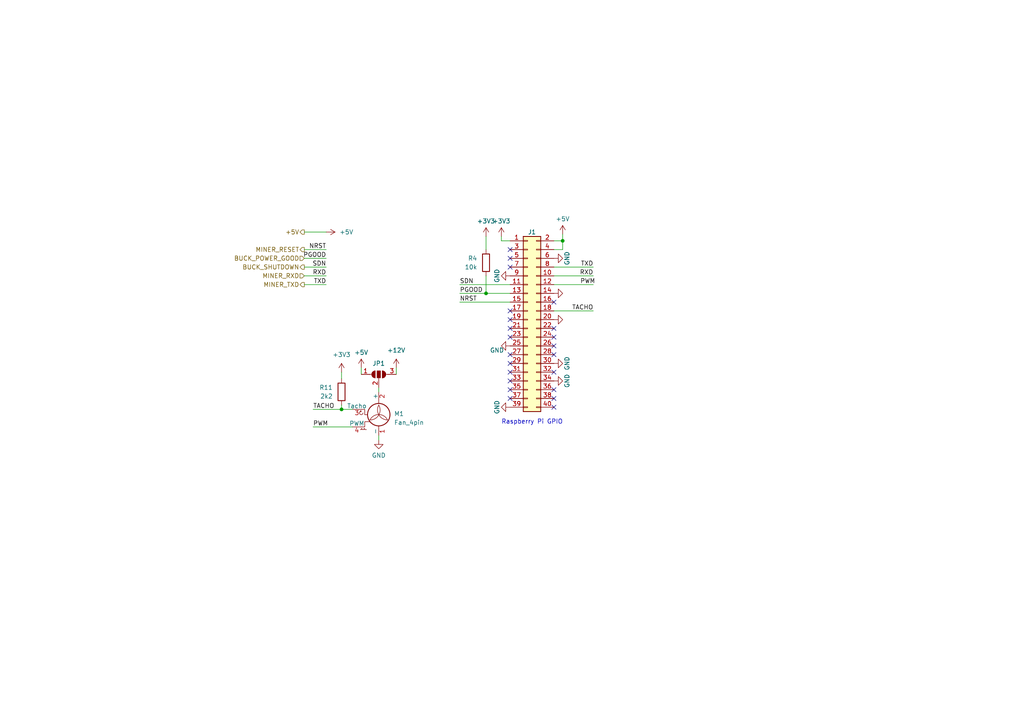
<source format=kicad_sch>
(kicad_sch (version 20230121) (generator eeschema)
  (paper "A4")
  (lib_symbols
    (symbol "Device:R" (pin_numbers hide) (pin_names (offset 0))
      (property "Reference" "R" (at 2.032 0 90))
      (property "Value" "R" (at 0 0 90))
      (symbol "R_0_1"
        (rectangle (start -1.016 -2.54) (end 1.016 2.54) (stroke (width 0.254)))
      )
      (symbol "R_1_1"
        (pin passive line (at 0 3.81 270) (length 1.27) (name "~") (number "1"))
        (pin passive line (at 0 -3.81 90) (length 1.27) (name "~") (number "2"))
      )
    )
    (symbol "Jumper:SolderJumper_3_Open" (pin_names (offset 0) hide)
      (property "Reference" "JP" (at -2.54 -2.54 0))
      (property "Value" "SolderJumper_3_Open" (at 0 2.794 0))
      (symbol "SolderJumper_3_Open_0_1"
        (arc (start -1.016 1.016) (mid -2.0276 0) (end -1.016 -1.016))
        (arc (start -1.016 1.016) (mid -2.0276 0) (end -1.016 -1.016) (fill (type outline)))
        (rectangle (start -0.508 1.016) (end 0.508 -1.016) (fill (type outline)))
        (polyline (pts (xy -2.54 0) (xy -2.032 0)))
        (polyline (pts (xy -1.016 1.016) (xy -1.016 -1.016)))
        (polyline (pts (xy 0 -1.27) (xy 0 -1.016)))
        (polyline (pts (xy 1.016 1.016) (xy 1.016 -1.016)))
        (polyline (pts (xy 2.54 0) (xy 2.032 0)))
        (arc (start 1.016 -1.016) (mid 2.0276 0) (end 1.016 1.016))
        (arc (start 1.016 -1.016) (mid 2.0276 0) (end 1.016 1.016) (fill (type outline)))
      )
      (symbol "SolderJumper_3_Open_1_1"
        (pin passive line (at -5.08 0 0) (length 2.54) (name "A") (number "1"))
        (pin passive line (at 0 -3.81 90) (length 2.54) (name "C") (number "2"))
        (pin passive line (at 5.08 0 180) (length 2.54) (name "B") (number "3"))
      )
    )
    (symbol "Motor:Fan_4pin" (pin_names (offset 0))
      (property "Reference" "M" (at 2.54 5.08 0))
      (property "Value" "Fan_4pin" (at 2.54 -2.54 0))
      (symbol "Fan_4pin_0_0"
        (arc (start -5.588 1.524) (mid -5.08 1.0182) (end -4.572 1.524))
        (arc (start -5.08 2.032) (mid -5.4392 1.8832) (end -5.588 1.524))
        (polyline (pts (xy -5.08 2.032) (xy -5.334 2.159)))
        (polyline (pts (xy -5.08 2.032) (xy -5.207 1.778)))
        (polyline (pts (xy -4.064 2.54) (xy -4.064 1.016) (xy -3.302 1.016)))
      )
      (symbol "Fan_4pin_0_1"
        (arc (start -2.54 -0.508) (mid 0.0028 0.9121) (end 0 3.81))
        (polyline (pts (xy -4.064 2.54) (xy -5.08 2.54)))
        (polyline (pts (xy 0 -5.08) (xy 0 -4.572)))
        (polyline (pts (xy 0 -2.2352) (xy 0 -2.6416)))
        (polyline (pts (xy 0 4.2672) (xy 0 4.6228)))
        (polyline (pts (xy 0 4.572) (xy 0 5.08)))
        (polyline (pts (xy -2.54 -1.016) (xy -4.064 -1.016) (xy -4.064 -2.54) (xy -5.08 -2.54)))
        (polyline (pts (xy -5.334 -3.302) (xy -5.08 -3.302) (xy -5.08 -3.048) (xy -4.826 -3.048) (xy -4.826 -3.302) (xy -4.318 -3.302) (xy -4.318 -3.048) (xy -4.064 -3.048) (xy -4.064 -3.302) (xy -3.556 -3.302)))
        (circle (center 0 1.016) (radius 3.2512) (stroke (width 0.254)))
        (arc (start 0 3.81) (mid 0.053 0.921) (end 2.54 -0.508))
        (arc (start 2.54 -0.508) (mid 0 1.0618) (end -2.54 -0.508))
      )
      (symbol "Fan_4pin_1_1"
        (pin passive line (at 0 -5.08 90) (length 2.54) (name "-") (number "1"))
        (pin passive line (at 0 7.62 270) (length 2.54) (name "+") (number "2"))
        (pin passive line (at -7.62 2.54 0) (length 2.54) (name "Tacho") (number "3"))
        (pin input line (at -7.62 -2.54 0) (length 2.54) (name "PWM") (number "4"))
      )
    )
    (symbol "pearldiver-rescue:Conn_02x20_Odd_Even-pearldiver-rescue" (pin_names (offset 1.016) hide)
      (property "Reference" "J" (at 1.27 25.4 0))
      (property "Value" "Conn_02x20_Odd_Even-pearldiver-rescue" (at 1.27 -27.94 0))
      (symbol "Conn_02x20_Odd_Even-pearldiver-rescue_1_1"
        (rectangle (start -1.27 -25.273) (end 0 -25.527) (stroke (width 0.1524)))
        (rectangle (start -1.27 -22.733) (end 0 -22.987) (stroke (width 0.1524)))
        (rectangle (start -1.27 -20.193) (end 0 -20.447) (stroke (width 0.1524)))
        (rectangle (start -1.27 -17.653) (end 0 -17.907) (stroke (width 0.1524)))
        (rectangle (start -1.27 -15.113) (end 0 -15.367) (stroke (width 0.1524)))
        (rectangle (start -1.27 -12.573) (end 0 -12.827) (stroke (width 0.1524)))
        (rectangle (start -1.27 -10.033) (end 0 -10.287) (stroke (width 0.1524)))
        (rectangle (start -1.27 -7.493) (end 0 -7.747) (stroke (width 0.1524)))
        (rectangle (start -1.27 -4.953) (end 0 -5.207) (stroke (width 0.1524)))
        (rectangle (start -1.27 -2.413) (end 0 -2.667) (stroke (width 0.1524)))
        (rectangle (start -1.27 0.127) (end 0 -0.127) (stroke (width 0.1524)))
        (rectangle (start -1.27 2.667) (end 0 2.413) (stroke (width 0.1524)))
        (rectangle (start -1.27 5.207) (end 0 4.953) (stroke (width 0.1524)))
        (rectangle (start -1.27 7.747) (end 0 7.493) (stroke (width 0.1524)))
        (rectangle (start -1.27 10.287) (end 0 10.033) (stroke (width 0.1524)))
        (rectangle (start -1.27 12.827) (end 0 12.573) (stroke (width 0.1524)))
        (rectangle (start -1.27 15.367) (end 0 15.113) (stroke (width 0.1524)))
        (rectangle (start -1.27 17.907) (end 0 17.653) (stroke (width 0.1524)))
        (rectangle (start -1.27 20.447) (end 0 20.193) (stroke (width 0.1524)))
        (rectangle (start -1.27 22.987) (end 0 22.733) (stroke (width 0.1524)))
        (rectangle (start -1.27 24.13) (end 3.81 -26.67) (stroke (width 0.254)) (fill (type background)))
        (rectangle (start 3.81 -25.273) (end 2.54 -25.527) (stroke (width 0.1524)))
        (rectangle (start 3.81 -22.733) (end 2.54 -22.987) (stroke (width 0.1524)))
        (rectangle (start 3.81 -20.193) (end 2.54 -20.447) (stroke (width 0.1524)))
        (rectangle (start 3.81 -17.653) (end 2.54 -17.907) (stroke (width 0.1524)))
        (rectangle (start 3.81 -15.113) (end 2.54 -15.367) (stroke (width 0.1524)))
        (rectangle (start 3.81 -12.573) (end 2.54 -12.827) (stroke (width 0.1524)))
        (rectangle (start 3.81 -10.033) (end 2.54 -10.287) (stroke (width 0.1524)))
        (rectangle (start 3.81 -7.493) (end 2.54 -7.747) (stroke (width 0.1524)))
        (rectangle (start 3.81 -4.953) (end 2.54 -5.207) (stroke (width 0.1524)))
        (rectangle (start 3.81 -2.413) (end 2.54 -2.667) (stroke (width 0.1524)))
        (rectangle (start 3.81 0.127) (end 2.54 -0.127) (stroke (width 0.1524)))
        (rectangle (start 3.81 2.667) (end 2.54 2.413) (stroke (width 0.1524)))
        (rectangle (start 3.81 5.207) (end 2.54 4.953) (stroke (width 0.1524)))
        (rectangle (start 3.81 7.747) (end 2.54 7.493) (stroke (width 0.1524)))
        (rectangle (start 3.81 10.287) (end 2.54 10.033) (stroke (width 0.1524)))
        (rectangle (start 3.81 12.827) (end 2.54 12.573) (stroke (width 0.1524)))
        (rectangle (start 3.81 15.367) (end 2.54 15.113) (stroke (width 0.1524)))
        (rectangle (start 3.81 17.907) (end 2.54 17.653) (stroke (width 0.1524)))
        (rectangle (start 3.81 20.447) (end 2.54 20.193) (stroke (width 0.1524)))
        (rectangle (start 3.81 22.987) (end 2.54 22.733) (stroke (width 0.1524)))
        (pin passive line (at -5.08 22.86 0) (length 3.81) (name "Pin_1") (number "1"))
        (pin passive line (at 7.62 12.7 180) (length 3.81) (name "Pin_10") (number "10"))
        (pin passive line (at -5.08 10.16 0) (length 3.81) (name "Pin_11") (number "11"))
        (pin passive line (at 7.62 10.16 180) (length 3.81) (name "Pin_12") (number "12"))
        (pin passive line (at -5.08 7.62 0) (length 3.81) (name "Pin_13") (number "13"))
        (pin passive line (at 7.62 7.62 180) (length 3.81) (name "Pin_14") (number "14"))
        (pin passive line (at -5.08 5.08 0) (length 3.81) (name "Pin_15") (number "15"))
        (pin passive line (at 7.62 5.08 180) (length 3.81) (name "Pin_16") (number "16"))
        (pin passive line (at -5.08 2.54 0) (length 3.81) (name "Pin_17") (number "17"))
        (pin passive line (at 7.62 2.54 180) (length 3.81) (name "Pin_18") (number "18"))
        (pin passive line (at -5.08 0 0) (length 3.81) (name "Pin_19") (number "19"))
        (pin passive line (at 7.62 22.86 180) (length 3.81) (name "Pin_2") (number "2"))
        (pin passive line (at 7.62 0 180) (length 3.81) (name "Pin_20") (number "20"))
        (pin passive line (at -5.08 -2.54 0) (length 3.81) (name "Pin_21") (number "21"))
        (pin passive line (at 7.62 -2.54 180) (length 3.81) (name "Pin_22") (number "22"))
        (pin passive line (at -5.08 -5.08 0) (length 3.81) (name "Pin_23") (number "23"))
        (pin passive line (at 7.62 -5.08 180) (length 3.81) (name "Pin_24") (number "24"))
        (pin passive line (at -5.08 -7.62 0) (length 3.81) (name "Pin_25") (number "25"))
        (pin passive line (at 7.62 -7.62 180) (length 3.81) (name "Pin_26") (number "26"))
        (pin passive line (at -5.08 -10.16 0) (length 3.81) (name "Pin_27") (number "27"))
        (pin passive line (at 7.62 -10.16 180) (length 3.81) (name "Pin_28") (number "28"))
        (pin passive line (at -5.08 -12.7 0) (length 3.81) (name "Pin_29") (number "29"))
        (pin passive line (at -5.08 20.32 0) (length 3.81) (name "Pin_3") (number "3"))
        (pin passive line (at 7.62 -12.7 180) (length 3.81) (name "Pin_30") (number "30"))
        (pin passive line (at -5.08 -15.24 0) (length 3.81) (name "Pin_31") (number "31"))
        (pin passive line (at 7.62 -15.24 180) (length 3.81) (name "Pin_32") (number "32"))
        (pin passive line (at -5.08 -17.78 0) (length 3.81) (name "Pin_33") (number "33"))
        (pin passive line (at 7.62 -17.78 180) (length 3.81) (name "Pin_34") (number "34"))
        (pin passive line (at -5.08 -20.32 0) (length 3.81) (name "Pin_35") (number "35"))
        (pin passive line (at 7.62 -20.32 180) (length 3.81) (name "Pin_36") (number "36"))
        (pin passive line (at -5.08 -22.86 0) (length 3.81) (name "Pin_37") (number "37"))
        (pin passive line (at 7.62 -22.86 180) (length 3.81) (name "Pin_38") (number "38"))
        (pin passive line (at -5.08 -25.4 0) (length 3.81) (name "Pin_39") (number "39"))
        (pin passive line (at 7.62 20.32 180) (length 3.81) (name "Pin_4") (number "4"))
        (pin passive line (at 7.62 -25.4 180) (length 3.81) (name "Pin_40") (number "40"))
        (pin passive line (at -5.08 17.78 0) (length 3.81) (name "Pin_5") (number "5"))
        (pin passive line (at 7.62 17.78 180) (length 3.81) (name "Pin_6") (number "6"))
        (pin passive line (at -5.08 15.24 0) (length 3.81) (name "Pin_7") (number "7"))
        (pin passive line (at 7.62 15.24 180) (length 3.81) (name "Pin_8") (number "8"))
        (pin passive line (at -5.08 12.7 0) (length 3.81) (name "Pin_9") (number "9"))
      )
    )
    (symbol "pearldiver-rescue:GND-pearldiver-rescue" (power) (pin_names (offset 0))
      (property "Value" "GND-pearldiver-rescue" (at 0 -3.81 0))
      (symbol "GND-pearldiver-rescue_0_1"
        (polyline (pts (xy 0 0) (xy 0 -1.27) (xy 1.27 -1.27) (xy 0 -2.54) (xy -1.27 -1.27) (xy 0 -1.27)))
      )
      (symbol "GND-pearldiver-rescue_1_1"
        (pin power_in line (at 0 0 270) (length 0) hide (name "GND") (number "1"))
      )
    )
    (symbol "power:+12V" (power) (pin_names (offset 0))
      (property "Value" "+12V" (at 0 3.556 0))
      (symbol "+12V_0_1"
        (polyline (pts (xy -0.762 1.27) (xy 0 2.54)))
        (polyline (pts (xy 0 0) (xy 0 2.54)))
        (polyline (pts (xy 0 2.54) (xy 0.762 1.27)))
      )
      (symbol "+12V_1_1"
        (pin power_in line (at 0 0 90) (length 0) hide (name "+12V") (number "1"))
      )
    )
    (symbol "power:+3V3" (power) (pin_names (offset 0))
      (property "Value" "+3V3" (at 0 3.556 0))
      (symbol "+3V3_0_1"
        (polyline (pts (xy -0.762 1.27) (xy 0 2.54)))
        (polyline (pts (xy 0 0) (xy 0 2.54)))
        (polyline (pts (xy 0 2.54) (xy 0.762 1.27)))
      )
      (symbol "+3V3_1_1"
        (pin power_in line (at 0 0 90) (length 0) hide (name "+3V3") (number "1"))
      )
    )
    (symbol "power:+5V" (power) (pin_names (offset 0))
      (property "Value" "+5V" (at 0 3.556 0))
      (symbol "+5V_0_1"
        (polyline (pts (xy -0.762 1.27) (xy 0 2.54)))
        (polyline (pts (xy 0 0) (xy 0 2.54)))
        (polyline (pts (xy 0 2.54) (xy 0.762 1.27)))
      )
      (symbol "+5V_1_1"
        (pin power_in line (at 0 0 90) (length 0) hide (name "+5V") (number "1"))
      )
    )
    (symbol "power:GND" (power) (pin_names (offset 0))
      (property "Value" "GND" (at 0 -3.81 0))
      (symbol "GND_0_1"
        (polyline (pts (xy 0 0) (xy 0 -1.27) (xy 1.27 -1.27) (xy 0 -2.54) (xy -1.27 -1.27) (xy 0 -1.27)))
      )
      (symbol "GND_1_1"
        (pin power_in line (at 0 0 270) (length 0) hide (name "GND") (number "1"))
      )
    )
  )
  (junction (at 140.97 85.09))
  (junction (at 99.06 118.745))
  (junction (at 163.195 69.85))
  (no_connect (at 147.955 115.57))
  (no_connect (at 147.955 97.79))
  (no_connect (at 160.655 87.63))
  (no_connect (at 147.955 107.95))
  (no_connect (at 160.655 95.25))
  (no_connect (at 160.655 97.79))
  (no_connect (at 147.955 95.25))
  (no_connect (at 160.655 107.95))
  (no_connect (at 160.655 113.03))
  (no_connect (at 147.955 110.49))
  (no_connect (at 147.955 105.41))
  (no_connect (at 147.955 90.17))
  (no_connect (at 147.955 72.39))
  (no_connect (at 160.655 100.33))
  (no_connect (at 147.955 102.87))
  (no_connect (at 160.655 118.11))
  (no_connect (at 160.655 115.57))
  (no_connect (at 147.955 92.71))
  (no_connect (at 147.955 77.47))
  (no_connect (at 147.955 113.03))
  (no_connect (at 147.955 74.93))
  (no_connect (at 160.655 102.87))
  (wire (pts (xy 160.655 69.85) (xy 163.195 69.85)))
  (wire (pts (xy 109.855 126.365) (xy 109.855 127.635)))
  (wire (pts (xy 99.06 107.95) (xy 99.06 109.855)))
  (wire (pts (xy 88.265 72.39) (xy 94.615 72.39)))
  (wire (pts (xy 140.97 85.09) (xy 140.97 80.01)))
  (wire (pts (xy 133.35 85.09) (xy 140.97 85.09)))
  (wire (pts (xy 163.195 72.39) (xy 163.195 69.85)))
  (wire (pts (xy 88.265 82.55) (xy 94.615 82.55)))
  (wire (pts (xy 147.955 69.85) (xy 145.415 69.85)))
  (wire (pts (xy 104.775 106.68) (xy 104.775 108.585)))
  (wire (pts (xy 90.805 123.825) (xy 102.235 123.825)))
  (wire (pts (xy 160.655 72.39) (xy 163.195 72.39)))
  (wire (pts (xy 160.655 90.17) (xy 172.085 90.17)))
  (wire (pts (xy 99.06 117.475) (xy 99.06 118.745)))
  (wire (pts (xy 88.265 77.47) (xy 94.615 77.47)))
  (wire (pts (xy 163.195 67.945) (xy 163.195 69.85)))
  (wire (pts (xy 88.265 67.31) (xy 94.615 67.31)))
  (wire (pts (xy 140.97 85.09) (xy 147.955 85.09)))
  (wire (pts (xy 145.415 69.85) (xy 145.415 68.58)))
  (wire (pts (xy 160.655 82.55) (xy 172.085 82.55)))
  (wire (pts (xy 140.97 68.58) (xy 140.97 72.39)))
  (wire (pts (xy 114.935 106.68) (xy 114.935 108.585)))
  (wire (pts (xy 160.655 80.01) (xy 172.085 80.01)))
  (wire (pts (xy 88.265 74.93) (xy 94.615 74.93)))
  (wire (pts (xy 90.805 118.745) (xy 99.06 118.745)))
  (wire (pts (xy 160.655 77.47) (xy 172.085 77.47)))
  (wire (pts (xy 99.06 118.745) (xy 102.235 118.745)))
  (wire (pts (xy 133.35 87.63) (xy 147.955 87.63)))
  (wire (pts (xy 109.855 112.395) (xy 109.855 113.665)))
  (wire (pts (xy 133.35 82.55) (xy 147.955 82.55)))
  (wire (pts (xy 88.265 80.01) (xy 94.615 80.01)))
  (text "Raspberry Pi GPIO" (at 145.415 123.19 0) (effects (font (size 1.27 1.27)) (justify left bottom)))
  (label "SDN" (at 94.615 77.47 180))
  (label "PWM" (at 168.275 82.55 0))
  (label "NRST" (at 94.615 72.39 180))
  (label "PGOOD" (at 133.35 85.09 0))
  (label "NRST" (at 133.35 87.63 0))
  (label "SDN" (at 133.35 82.55 0))
  (label "RXD" (at 172.085 80.01 180))
  (label "TXD" (at 172.085 77.47 180))
  (label "RXD" (at 94.615 80.01 180))
  (label "TXD" (at 94.615 82.55 180))
  (label "TACHO" (at 172.085 90.17 180))
  (label "PWM" (at 90.805 123.825 0))
  (label "TACHO" (at 90.805 118.745 0))
  (label "PGOOD" (at 94.615 74.93 180))
  (hierarchical_label "MINER_RXD" (shape input) (at 88.265 80.01 180))
  (hierarchical_label "MINER_RESET" (shape output) (at 88.265 72.39 180))
  (hierarchical_label "BUCK_SHUTDOWN" (shape output) (at 88.265 77.47 180))
  (hierarchical_label "+5V" (shape output) (at 88.265 67.31 180))
  (hierarchical_label "MINER_TXD" (shape output) (at 88.265 82.55 180))
  (hierarchical_label "BUCK_POWER_GOOD" (shape input) (at 88.265 74.93 180))
  (symbol (lib_id "power:+5V") (at 163.195 67.945 0) (unit 1)
    (property "Reference" "#PWR065" (effects hide))
    (property "Value" "+5V" (at 163.195 63.5 0))
  )
  (symbol (lib_id "power:+3V3") (at 145.415 68.58 0) (unit 1)
    (property "Reference" "#PWR066" (effects hide))
    (property "Value" "+3V3" (at 145.415 64.135 0))
  )
  (symbol (lib_id "power:+5V") (at 94.615 67.31 270) (unit 1)
    (property "Reference" "#PWR020" (effects hide))
    (property "Value" "+5V" (at 98.425 67.31 90) (effects (justify left)))
  )
  (symbol (lib_id "Device:R") (at 99.06 113.665 0) (mirror y) (unit 1)
    (property "Reference" "R11" (at 96.52 112.395 0) (effects (justify left)))
    (property "Value" "2k2" (at 96.52 114.935 0) (effects (justify left)))
    (property "Footprint" "Resistor_SMD:R_0805_2012Metric" (effects hide))
  )
  (symbol (lib_id "pearldiver-rescue:GND-pearldiver-rescue") (at 147.955 80.01 270) (unit 1)
    (property "Reference" "#PWR0220" (effects hide))
    (property "Value" "GND" (at 144.145 80.01 0))
    (instances (project "pearldiver" (path "" (reference "#PWR0220") (unit 1))) (project "bitaxeUltra" (path "" (reference "#PWR058") (unit 1))))
  )
  (symbol (lib_id "power:+12V") (at 114.935 106.68 0) (unit 1)
    (property "Reference" "#PWR091" (effects hide))
    (property "Value" "+12V" (at 114.935 101.6 0))
  )
  (symbol (lib_id "pearldiver-rescue:GND-pearldiver-rescue") (at 160.655 105.41 90) (unit 1)
    (property "Reference" "#PWR0226" (effects hide))
    (property "Value" "GND" (at 164.465 105.41 0))
    (instances (project "pearldiver" (path "" (reference "#PWR0226") (unit 1))) (project "bitaxeUltra" (path "" (reference "#PWR064") (unit 1))))
  )
  (symbol (lib_id "Jumper:SolderJumper_3_Open") (at 109.855 108.585 0) (unit 1)
    (property "Reference" "JP1" (at 109.855 105.41 0))
    (property "Value" "SolderJumper_3_Open" (effects hide))
    (property "Footprint" "Jumper:SolderJumper-3_P1.3mm_Open_RoundedPad1.0x1.5mm" (effects hide))
  )
  (symbol (lib_id "pearldiver-rescue:Conn_02x20_Odd_Even-pearldiver-rescue") (at 153.035 92.71 0) (unit 1)
    (property "Reference" "J1" (at 154.305 67.31 0))
    (property "Value" "Conn_02x20_Odd_Even" (effects hide))
    (property "Footprint" "Connector_PinHeader_2.54mm:PinHeader_2x20_P2.54mm_Vertical" (effects hide))
    (property "Distributor" "X" (effects hide))
    (instances (project "pearldiver" (path "" (reference "J1") (unit 1))) (project "bitaxeUltra" (path "" (reference "J2") (unit 1))))
  )
  (symbol (lib_id "pearldiver-rescue:GND-pearldiver-rescue") (at 160.655 92.71 90) (unit 1)
    (property "Reference" "#PWR0225" (effects hide))
    (property "Value" "GND" (effects hide))
    (instances (project "pearldiver" (path "" (reference "#PWR0225") (unit 1))) (project "bitaxeUltra" (path "" (reference "#PWR063") (unit 1))))
  )
  (symbol (lib_id "pearldiver-rescue:GND-pearldiver-rescue") (at 147.955 118.11 270) (unit 1)
    (property "Reference" "#PWR0222" (effects hide))
    (property "Value" "GND" (at 144.145 118.11 0))
    (instances (project "pearldiver" (path "" (reference "#PWR0222") (unit 1))) (project "bitaxeUltra" (path "" (reference "#PWR060") (unit 1))))
  )
  (symbol (lib_id "pearldiver-rescue:GND-pearldiver-rescue") (at 147.955 100.33 270) (unit 1)
    (property "Reference" "#PWR0221" (effects hide))
    (property "Value" "GND" (at 144.145 101.6 90))
    (instances (project "pearldiver" (path "" (reference "#PWR0221") (unit 1))) (project "bitaxeUltra" (path "" (reference "#PWR059") (unit 1))))
  )
  (symbol (lib_id "Motor:Fan_4pin") (at 109.855 121.285 0) (unit 1)
    (property "Reference" "M1" (at 114.3 120.015 0) (effects (justify left)))
    (property "Value" "Fan_4pin" (at 114.3 122.555 0) (effects (justify left)))
    (property "Footprint" "Connector:FanPinHeader_1x04_P2.54mm_Vertical" (effects hide))
    (property "Datasheet" "http://www.formfactors.org/developer%5Cspecs%5Crev1_2_public.pdf" (effects hide))
    (property "Distributor" "D" (effects hide))
    (property "Manufacturer" "0470531000" (effects hide))
    (property "OrderNr" "WM4330-ND" (effects hide))
  )
  (symbol (lib_id "pearldiver-rescue:GND-pearldiver-rescue") (at 160.655 110.49 90) (unit 1)
    (property "Reference" "#PWR0226" (effects hide))
    (property "Value" "GND" (at 164.465 110.49 0))
    (instances (project "pearldiver" (path "" (reference "#PWR0226") (unit 1))) (project "bitaxeUltra" (path "" (reference "#PWR067") (unit 1))))
  )
  (symbol (lib_id "power:+3V3") (at 99.06 107.95 0) (unit 1)
    (property "Reference" "#PWR012" (effects hide))
    (property "Value" "+3V3" (at 99.06 102.87 0))
  )
  (symbol (lib_id "pearldiver-rescue:GND-pearldiver-rescue") (at 160.655 85.09 90) (unit 1)
    (property "Reference" "#PWR0224" (effects hide))
    (property "Value" "GND" (effects hide))
    (instances (project "pearldiver" (path "" (reference "#PWR0224") (unit 1))) (project "bitaxeUltra" (path "" (reference "#PWR062") (unit 1))))
  )
  (symbol (lib_id "power:+3V3") (at 140.97 68.58 0) (unit 1)
    (property "Reference" "#PWR070" (effects hide))
    (property "Value" "+3V3" (at 140.97 64.135 0))
  )
  (symbol (lib_id "pearldiver-rescue:GND-pearldiver-rescue") (at 160.655 74.93 90) (unit 1)
    (property "Reference" "#PWR0223" (effects hide))
    (property "Value" "GND" (at 164.465 74.93 0))
    (instances (project "pearldiver" (path "" (reference "#PWR0223") (unit 1))) (project "bitaxeUltra" (path "" (reference "#PWR061") (unit 1))))
  )
  (symbol (lib_id "power:+5V") (at 104.775 106.68 0) (unit 1)
    (property "Reference" "#PWR014" (effects hide))
    (property "Value" "+5V" (at 104.775 102.235 0))
  )
  (symbol (lib_id "Device:R") (at 140.97 76.2 0) (mirror y) (unit 1)
    (property "Reference" "R4" (at 138.43 74.93 0) (effects (justify left)))
    (property "Value" "10k" (at 138.43 77.47 0) (effects (justify left)))
    (property "Footprint" "Resistor_SMD:R_0805_2012Metric" (effects hide))
  )
  (symbol (lib_id "power:GND") (at 109.855 127.635 0) (unit 1)
    (property "Reference" "#PWR013" (effects hide))
    (property "Value" "GND" (at 109.855 132.08 0))
  )
)
</source>
